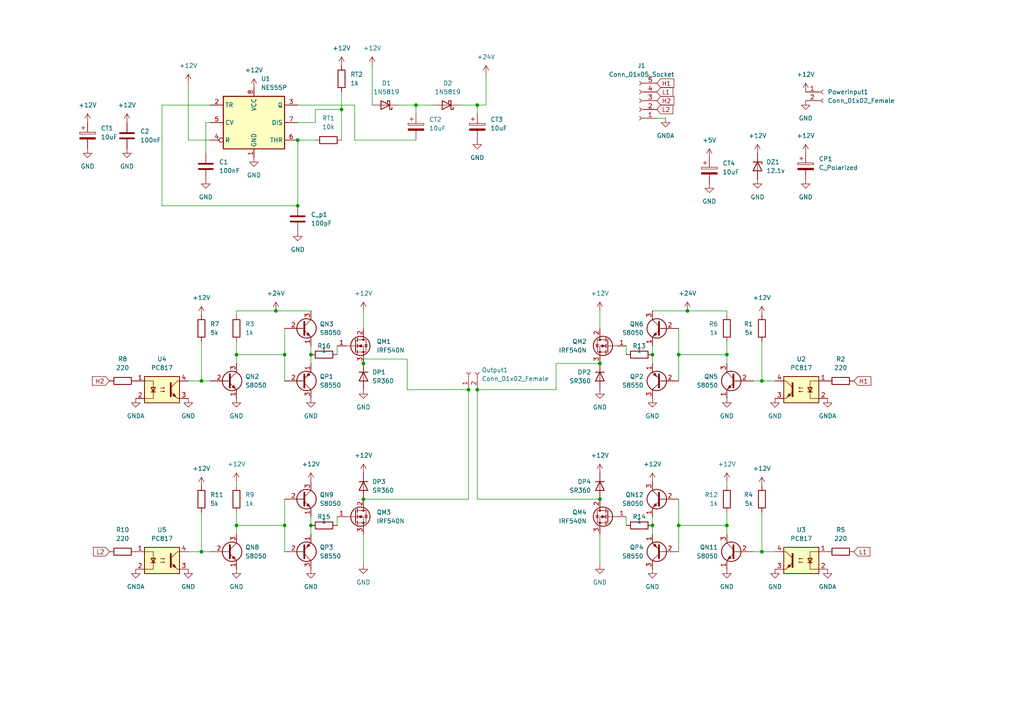
<source format=kicad_sch>
(kicad_sch (version 20230121) (generator eeschema)
  (paper "A4")
  (lib_symbols
    (symbol "Connector:Conn_01x02_Female" (pin_names (offset 1.016) hide)
      (property "Reference" "J" (at 0 2.54 0))
      (property "Value" "Conn_01x02_Female" (at 0 -5.08 0))
      (symbol "Conn_01x02_Female_1_1"
        (arc (start 0 -2.032) (mid -0.5058 -2.54) (end 0 -3.048) (stroke (width 0.1524)))
        (polyline (pts (xy -1.27 -2.54) (xy -0.508 -2.54)) (stroke (width 0.1524)))
        (polyline (pts (xy -1.27 0) (xy -0.508 0)) (stroke (width 0.1524)))
        (arc (start 0 0.508) (mid -0.5058 0) (end 0 -0.508) (stroke (width 0.1524)))
        (pin passive line (at -5.08 0 0) (length 3.81) (name "Pin_1") (number "1"))
        (pin passive line (at -5.08 -2.54 0) (length 3.81) (name "Pin_2") (number "2"))
      )
    )
    (symbol "Connector:Conn_01x05_Socket" (pin_names (offset 1.016) hide)
      (property "Reference" "J" (at 0 7.62 0))
      (property "Value" "Conn_01x05_Socket" (at 0 -7.62 0))
      (symbol "Conn_01x05_Socket_1_1"
        (arc (start 0 -4.572) (mid -0.5058 -5.08) (end 0 -5.588) (stroke (width 0.1524)))
        (arc (start 0 -2.032) (mid -0.5058 -2.54) (end 0 -3.048) (stroke (width 0.1524)))
        (polyline (pts (xy -1.27 -5.08) (xy -0.508 -5.08)) (stroke (width 0.1524)))
        (polyline (pts (xy -1.27 -2.54) (xy -0.508 -2.54)) (stroke (width 0.1524)))
        (polyline (pts (xy -1.27 0) (xy -0.508 0)) (stroke (width 0.1524)))
        (polyline (pts (xy -1.27 2.54) (xy -0.508 2.54)) (stroke (width 0.1524)))
        (polyline (pts (xy -1.27 5.08) (xy -0.508 5.08)) (stroke (width 0.1524)))
        (arc (start 0 0.508) (mid -0.5058 0) (end 0 -0.508) (stroke (width 0.1524)))
        (arc (start 0 3.048) (mid -0.5058 2.54) (end 0 2.032) (stroke (width 0.1524)))
        (arc (start 0 5.588) (mid -0.5058 5.08) (end 0 4.572) (stroke (width 0.1524)))
        (pin passive line (at -5.08 5.08 0) (length 3.81) (name "Pin_1") (number "1"))
        (pin passive line (at -5.08 2.54 0) (length 3.81) (name "Pin_2") (number "2"))
        (pin passive line (at -5.08 0 0) (length 3.81) (name "Pin_3") (number "3"))
        (pin passive line (at -5.08 -2.54 0) (length 3.81) (name "Pin_4") (number "4"))
        (pin passive line (at -5.08 -5.08 0) (length 3.81) (name "Pin_5") (number "5"))
      )
    )
    (symbol "Device:C" (pin_numbers hide) (pin_names (offset 0.254))
      (property "Reference" "C" (at 0.635 2.54 0))
      (property "Value" "C" (at 0.635 -2.54 0))
      (symbol "C_0_1"
        (polyline (pts (xy -2.032 -0.762) (xy 2.032 -0.762)) (stroke (width 0.508)))
        (polyline (pts (xy -2.032 0.762) (xy 2.032 0.762)) (stroke (width 0.508)))
      )
      (symbol "C_1_1"
        (pin passive line (at 0 3.81 270) (length 2.794) (name "~") (number "1"))
        (pin passive line (at 0 -3.81 90) (length 2.794) (name "~") (number "2"))
      )
    )
    (symbol "Device:C_Polarized" (pin_numbers hide) (pin_names (offset 0.254))
      (property "Reference" "C" (at 0.635 2.54 0))
      (property "Value" "C_Polarized" (at 0.635 -2.54 0))
      (symbol "C_Polarized_0_1"
        (rectangle (start -2.286 0.508) (end 2.286 1.016))
        (polyline (pts (xy -1.778 2.286) (xy -0.762 2.286)))
        (polyline (pts (xy -1.27 2.794) (xy -1.27 1.778)))
        (rectangle (start 2.286 -0.508) (end -2.286 -1.016) (fill (type outline)))
      )
      (symbol "C_Polarized_1_1"
        (pin passive line (at 0 3.81 270) (length 2.794) (name "~") (number "1"))
        (pin passive line (at 0 -3.81 90) (length 2.794) (name "~") (number "2"))
      )
    )
    (symbol "Device:D" (pin_numbers hide) (pin_names (offset 1.016) hide)
      (property "Reference" "D" (at 0 2.54 0))
      (property "Value" "D" (at 0 -2.54 0))
      (symbol "D_0_1"
        (polyline (pts (xy -1.27 1.27) (xy -1.27 -1.27)) (stroke (width 0.254)))
        (polyline (pts (xy 1.27 0) (xy -1.27 0)))
        (polyline (pts (xy 1.27 1.27) (xy 1.27 -1.27) (xy -1.27 0) (xy 1.27 1.27)) (stroke (width 0.254)))
      )
      (symbol "D_1_1"
        (pin passive line (at -3.81 0 0) (length 2.54) (name "K") (number "1"))
        (pin passive line (at 3.81 0 180) (length 2.54) (name "A") (number "2"))
      )
    )
    (symbol "Device:D_Zener" (pin_numbers hide) (pin_names (offset 1.016) hide)
      (property "Reference" "D" (at 0 2.54 0))
      (property "Value" "D_Zener" (at 0 -2.54 0))
      (symbol "D_Zener_0_1"
        (polyline (pts (xy 1.27 0) (xy -1.27 0)))
        (polyline (pts (xy -1.27 -1.27) (xy -1.27 1.27) (xy -0.762 1.27)) (stroke (width 0.254)))
        (polyline (pts (xy 1.27 -1.27) (xy 1.27 1.27) (xy -1.27 0) (xy 1.27 -1.27)) (stroke (width 0.254)))
      )
      (symbol "D_Zener_1_1"
        (pin passive line (at -3.81 0 0) (length 2.54) (name "K") (number "1"))
        (pin passive line (at 3.81 0 180) (length 2.54) (name "A") (number "2"))
      )
    )
    (symbol "Device:R" (pin_numbers hide) (pin_names (offset 0))
      (property "Reference" "R" (at 2.032 0 90))
      (property "Value" "R" (at 0 0 90))
      (symbol "R_0_1"
        (rectangle (start -1.016 -2.54) (end 1.016 2.54) (stroke (width 0.254)))
      )
      (symbol "R_1_1"
        (pin passive line (at 0 3.81 270) (length 1.27) (name "~") (number "1"))
        (pin passive line (at 0 -3.81 90) (length 1.27) (name "~") (number "2"))
      )
    )
    (symbol "Diode:1N5819" (pin_numbers hide) (pin_names (offset 1.016) hide)
      (property "Reference" "D" (at 0 2.54 0))
      (property "Value" "1N5819" (at 0 -2.54 0))
      (symbol "1N5819_0_1"
        (polyline (pts (xy 1.27 0) (xy -1.27 0)))
        (polyline (pts (xy 1.27 1.27) (xy 1.27 -1.27) (xy -1.27 0) (xy 1.27 1.27)) (stroke (width 0.254)))
        (polyline (pts (xy -1.905 0.635) (xy -1.905 1.27) (xy -1.27 1.27) (xy -1.27 -1.27) (xy -0.635 -1.27) (xy -0.635 -0.635)) (stroke (width 0.254)))
      )
      (symbol "1N5819_1_1"
        (pin passive line (at -3.81 0 0) (length 2.54) (name "K") (number "1"))
        (pin passive line (at 3.81 0 180) (length 2.54) (name "A") (number "2"))
      )
    )
    (symbol "Isolator:PC817" (pin_names (offset 1.016))
      (property "Reference" "U" (at -5.08 5.08 0))
      (property "Value" "PC817" (at 0 5.08 0))
      (symbol "PC817_0_1"
        (rectangle (start -5.08 3.81) (end 5.08 -3.81) (stroke (width 0.254)) (fill (type background)))
        (polyline (pts (xy -3.175 -0.635) (xy -1.905 -0.635)) (stroke (width 0.254)))
        (polyline (pts (xy 2.54 0.635) (xy 4.445 2.54)))
        (polyline (pts (xy 4.445 -2.54) (xy 2.54 -0.635)) (fill (type outline)))
        (polyline (pts (xy 4.445 -2.54) (xy 5.08 -2.54)))
        (polyline (pts (xy 4.445 2.54) (xy 5.08 2.54)))
        (polyline (pts (xy -5.08 2.54) (xy -2.54 2.54) (xy -2.54 -0.635)))
        (polyline (pts (xy -2.54 -0.635) (xy -2.54 -2.54) (xy -5.08 -2.54)))
        (polyline (pts (xy 2.54 1.905) (xy 2.54 -1.905) (xy 2.54 -1.905)) (stroke (width 0.508)))
        (polyline (pts (xy -2.54 -0.635) (xy -3.175 0.635) (xy -1.905 0.635) (xy -2.54 -0.635)) (stroke (width 0.254)))
        (polyline (pts (xy -0.508 -0.508) (xy 0.762 -0.508) (xy 0.381 -0.635) (xy 0.381 -0.381) (xy 0.762 -0.508)))
        (polyline (pts (xy -0.508 0.508) (xy 0.762 0.508) (xy 0.381 0.381) (xy 0.381 0.635) (xy 0.762 0.508)))
        (polyline (pts (xy 3.048 -1.651) (xy 3.556 -1.143) (xy 4.064 -2.159) (xy 3.048 -1.651) (xy 3.048 -1.651)) (fill (type outline)))
      )
      (symbol "PC817_1_1"
        (pin passive line (at -7.62 2.54 0) (length 2.54) (name "~") (number "1"))
        (pin passive line (at -7.62 -2.54 0) (length 2.54) (name "~") (number "2"))
        (pin passive line (at 7.62 -2.54 180) (length 2.54) (name "~") (number "3"))
        (pin passive line (at 7.62 2.54 180) (length 2.54) (name "~") (number "4"))
      )
    )
    (symbol "Timer:NE555P"
      (property "Reference" "U" (at -10.16 8.89 0))
      (property "Value" "NE555P" (at 2.54 8.89 0))
      (symbol "NE555P_0_0"
        (pin power_in line (at 0 -10.16 90) (length 2.54) (name "GND") (number "1"))
        (pin power_in line (at 0 10.16 270) (length 2.54) (name "VCC") (number "8"))
      )
      (symbol "NE555P_0_1"
        (rectangle (start -8.89 -7.62) (end 8.89 7.62) (stroke (width 0.254)) (fill (type background)))
        (rectangle (start -8.89 -7.62) (end 8.89 7.62) (stroke (width 0.254)) (fill (type background)))
      )
      (symbol "NE555P_1_1"
        (pin input line (at -12.7 5.08 0) (length 3.81) (name "TR") (number "2"))
        (pin output line (at 12.7 5.08 180) (length 3.81) (name "Q") (number "3"))
        (pin input inverted (at -12.7 -5.08 0) (length 3.81) (name "R") (number "4"))
        (pin input line (at -12.7 0 0) (length 3.81) (name "CV") (number "5"))
        (pin input line (at 12.7 -5.08 180) (length 3.81) (name "THR") (number "6"))
        (pin input line (at 12.7 0 180) (length 3.81) (name "DIS") (number "7"))
      )
    )
    (symbol "Transistor_BJT:S8050" (pin_names (offset 0) hide)
      (property "Reference" "Q" (at 5.08 1.905 0))
      (property "Value" "S8050" (at 5.08 0 0))
      (symbol "S8050_0_1"
        (polyline (pts (xy 0 0) (xy 0.635 0)))
        (polyline (pts (xy 0.635 0.635) (xy 2.54 2.54)))
        (polyline (pts (xy 0.635 -0.635) (xy 2.54 -2.54) (xy 2.54 -2.54)))
        (polyline (pts (xy 0.635 1.905) (xy 0.635 -1.905) (xy 0.635 -1.905)) (stroke (width 0.508)))
        (polyline (pts (xy 1.27 -1.778) (xy 1.778 -1.27) (xy 2.286 -2.286) (xy 1.27 -1.778) (xy 1.27 -1.778)) (fill (type outline)))
        (circle (center 1.27 0) (radius 2.8194) (stroke (width 0.254)))
      )
      (symbol "S8050_1_1"
        (pin passive line (at 2.54 -5.08 90) (length 2.54) (name "E") (number "1"))
        (pin input line (at -5.08 0 0) (length 5.08) (name "B") (number "2"))
        (pin passive line (at 2.54 5.08 270) (length 2.54) (name "C") (number "3"))
      )
    )
    (symbol "Transistor_BJT:S8550" (pin_names (offset 0) hide)
      (property "Reference" "Q" (at 5.08 1.905 0))
      (property "Value" "S8550" (at 5.08 0 0))
      (symbol "S8550_0_1"
        (polyline (pts (xy 0 0) (xy 0.635 0)))
        (polyline (pts (xy 2.54 -2.54) (xy 0.635 -0.635)))
        (polyline (pts (xy 2.54 2.54) (xy 0.635 0.635)))
        (polyline (pts (xy 0.635 1.905) (xy 0.635 -1.905) (xy 0.635 -1.905)) (stroke (width 0.508)) (fill (type outline)))
        (polyline (pts (xy 1.778 -2.286) (xy 2.286 -1.778) (xy 1.27 -1.27) (xy 1.778 -2.286) (xy 1.778 -2.286)) (fill (type outline)))
        (circle (center 1.27 0) (radius 2.8194) (stroke (width 0.254)))
      )
      (symbol "S8550_1_1"
        (pin passive line (at 2.54 -5.08 90) (length 2.54) (name "E") (number "1"))
        (pin input line (at -5.08 0 0) (length 5.08) (name "B") (number "2"))
        (pin passive line (at 2.54 5.08 270) (length 2.54) (name "C") (number "3"))
      )
    )
    (symbol "Transistor_FET:IRF540N" (pin_names hide)
      (property "Reference" "Q" (at 6.35 1.905 0))
      (property "Value" "IRF540N" (at 6.35 0 0))
      (symbol "IRF540N_0_1"
        (polyline (pts (xy 0.254 0) (xy -2.54 0)))
        (polyline (pts (xy 0.254 1.905) (xy 0.254 -1.905)) (stroke (width 0.254)))
        (polyline (pts (xy 0.762 -1.27) (xy 0.762 -2.286)) (stroke (width 0.254)))
        (polyline (pts (xy 0.762 0.508) (xy 0.762 -0.508)) (stroke (width 0.254)))
        (polyline (pts (xy 0.762 2.286) (xy 0.762 1.27)) (stroke (width 0.254)))
        (polyline (pts (xy 2.54 2.54) (xy 2.54 1.778)))
        (polyline (pts (xy 2.54 -2.54) (xy 2.54 0) (xy 0.762 0)))
        (polyline (pts (xy 0.762 -1.778) (xy 3.302 -1.778) (xy 3.302 1.778) (xy 0.762 1.778)))
        (polyline (pts (xy 1.016 0) (xy 2.032 0.381) (xy 2.032 -0.381) (xy 1.016 0)) (fill (type outline)))
        (polyline (pts (xy 2.794 0.508) (xy 2.921 0.381) (xy 3.683 0.381) (xy 3.81 0.254)))
        (polyline (pts (xy 3.302 0.381) (xy 2.921 -0.254) (xy 3.683 -0.254) (xy 3.302 0.381)))
        (circle (center 1.651 0) (radius 2.794) (stroke (width 0.254)))
        (circle (center 2.54 -1.778) (radius 0.254) (fill (type outline)))
        (circle (center 2.54 1.778) (radius 0.254) (fill (type outline)))
      )
      (symbol "IRF540N_1_1"
        (pin input line (at -5.08 0 0) (length 2.54) (name "G") (number "1"))
        (pin passive line (at 2.54 5.08 270) (length 2.54) (name "D") (number "2"))
        (pin passive line (at 2.54 -5.08 90) (length 2.54) (name "S") (number "3"))
      )
    )
    (symbol "power:+12V" (power) (pin_names (offset 0))
      (property "Value" "+12V" (at 0 3.556 0))
      (symbol "+12V_0_1"
        (polyline (pts (xy -0.762 1.27) (xy 0 2.54)))
        (polyline (pts (xy 0 0) (xy 0 2.54)))
        (polyline (pts (xy 0 2.54) (xy 0.762 1.27)))
      )
      (symbol "+12V_1_1"
        (pin power_in line (at 0 0 90) (length 0) hide (name "+12V") (number "1"))
      )
    )
    (symbol "power:+24V" (power) (pin_names (offset 0))
      (property "Value" "+24V" (at 0 3.556 0))
      (symbol "+24V_0_1"
        (polyline (pts (xy -0.762 1.27) (xy 0 2.54)))
        (polyline (pts (xy 0 0) (xy 0 2.54)))
        (polyline (pts (xy 0 2.54) (xy 0.762 1.27)))
      )
      (symbol "+24V_1_1"
        (pin power_in line (at 0 0 90) (length 0) hide (name "+24V") (number "1"))
      )
    )
    (symbol "power:+5V" (power) (pin_names (offset 0))
      (property "Value" "+5V" (at 0 3.556 0))
      (symbol "+5V_0_1"
        (polyline (pts (xy -0.762 1.27) (xy 0 2.54)))
        (polyline (pts (xy 0 0) (xy 0 2.54)))
        (polyline (pts (xy 0 2.54) (xy 0.762 1.27)))
      )
      (symbol "+5V_1_1"
        (pin power_in line (at 0 0 90) (length 0) hide (name "+5V") (number "1"))
      )
    )
    (symbol "power:GND" (power) (pin_names (offset 0))
      (property "Value" "GND" (at 0 -3.81 0))
      (symbol "GND_0_1"
        (polyline (pts (xy 0 0) (xy 0 -1.27) (xy 1.27 -1.27) (xy 0 -2.54) (xy -1.27 -1.27) (xy 0 -1.27)))
      )
      (symbol "GND_1_1"
        (pin power_in line (at 0 0 270) (length 0) hide (name "GND") (number "1"))
      )
    )
    (symbol "power:GNDA" (power) (pin_names (offset 0))
      (property "Value" "GNDA" (at 0 -3.81 0))
      (symbol "GNDA_0_1"
        (polyline (pts (xy 0 0) (xy 0 -1.27) (xy 1.27 -1.27) (xy 0 -2.54) (xy -1.27 -1.27) (xy 0 -1.27)))
      )
      (symbol "GNDA_1_1"
        (pin power_in line (at 0 0 270) (length 0) hide (name "GNDA") (number "1"))
      )
    )
  )
  (junction (at 138.43 30.48))
  (junction (at 120.65 30.48))
  (junction (at 58.42 110.49))
  (junction (at 86.36 40.64))
  (junction (at 173.99 105.41))
  (junction (at 90.17 102.87))
  (junction (at 68.58 102.87))
  (junction (at 80.01 90.17))
  (junction (at 138.43 113.03))
  (junction (at 58.42 160.02))
  (junction (at 105.41 105.41))
  (junction (at 173.99 144.78))
  (junction (at 99.06 31.75))
  (junction (at 210.82 102.87))
  (junction (at 90.17 152.4))
  (junction (at 220.98 110.49))
  (junction (at 199.39 90.17))
  (junction (at 196.85 152.4))
  (junction (at 105.41 144.78))
  (junction (at 220.98 160.02))
  (junction (at 68.58 152.4))
  (junction (at 82.55 102.87))
  (junction (at 86.36 59.69))
  (junction (at 189.23 102.87))
  (junction (at 196.85 102.87))
  (junction (at 135.89 113.03))
  (junction (at 210.82 152.4))
  (junction (at 82.55 152.4))
  (junction (at 189.23 152.4))
  (wire (pts (xy 210.82 99.06) (xy 210.82 102.87)))
  (wire (pts (xy 58.42 99.06) (xy 58.42 110.49)))
  (wire (pts (xy 120.65 30.48) (xy 120.65 33.02)))
  (wire (pts (xy 118.11 113.03) (xy 135.89 113.03)))
  (wire (pts (xy 68.58 152.4) (xy 68.58 154.94)))
  (wire (pts (xy 90.17 149.86) (xy 90.17 152.4)))
  (wire (pts (xy 68.58 99.06) (xy 68.58 102.87)))
  (wire (pts (xy 54.61 40.64) (xy 54.61 24.13)))
  (wire (pts (xy 196.85 144.78) (xy 196.85 152.4)))
  (wire (pts (xy 60.96 35.56) (xy 59.69 35.56)))
  (wire (pts (xy 210.82 139.7) (xy 210.82 140.97)))
  (wire (pts (xy 218.44 160.02) (xy 220.98 160.02)))
  (wire (pts (xy 86.36 40.64) (xy 91.44 40.64)))
  (wire (pts (xy 68.58 148.59) (xy 68.58 152.4)))
  (wire (pts (xy 210.82 148.59) (xy 210.82 152.4)))
  (wire (pts (xy 138.43 30.48) (xy 138.43 33.02)))
  (wire (pts (xy 58.42 160.02) (xy 54.61 160.02)))
  (wire (pts (xy 140.97 21.59) (xy 140.97 30.48)))
  (wire (pts (xy 102.87 30.48) (xy 102.87 40.64)))
  (wire (pts (xy 102.87 40.64) (xy 120.65 40.64)))
  (wire (pts (xy 173.99 154.94) (xy 173.99 163.83)))
  (wire (pts (xy 91.44 31.75) (xy 99.06 31.75)))
  (wire (pts (xy 190.5 34.29) (xy 193.04 34.29)))
  (wire (pts (xy 135.89 144.78) (xy 135.89 113.03)))
  (wire (pts (xy 196.85 152.4) (xy 196.85 160.02)))
  (wire (pts (xy 105.41 104.14) (xy 105.41 105.41)))
  (wire (pts (xy 105.41 90.17) (xy 105.41 95.25)))
  (wire (pts (xy 99.06 31.75) (xy 99.06 40.64)))
  (wire (pts (xy 220.98 148.59) (xy 220.98 160.02)))
  (wire (pts (xy 173.99 90.17) (xy 173.99 95.25)))
  (wire (pts (xy 220.98 110.49) (xy 224.79 110.49)))
  (wire (pts (xy 105.41 154.94) (xy 105.41 163.83)))
  (wire (pts (xy 80.01 90.17) (xy 68.58 90.17)))
  (wire (pts (xy 60.96 110.49) (xy 58.42 110.49)))
  (wire (pts (xy 90.17 100.33) (xy 90.17 102.87)))
  (wire (pts (xy 105.41 144.78) (xy 135.89 144.78)))
  (wire (pts (xy 46.99 30.48) (xy 46.99 59.69)))
  (wire (pts (xy 140.97 30.48) (xy 138.43 30.48)))
  (wire (pts (xy 60.96 30.48) (xy 46.99 30.48)))
  (wire (pts (xy 82.55 95.25) (xy 82.55 102.87)))
  (wire (pts (xy 68.58 152.4) (xy 82.55 152.4)))
  (wire (pts (xy 210.82 152.4) (xy 210.82 154.94)))
  (wire (pts (xy 210.82 102.87) (xy 196.85 102.87)))
  (wire (pts (xy 86.36 59.69) (xy 86.36 40.64)))
  (wire (pts (xy 82.55 152.4) (xy 82.55 160.02)))
  (wire (pts (xy 196.85 95.25) (xy 196.85 102.87)))
  (wire (pts (xy 91.44 35.56) (xy 91.44 31.75)))
  (wire (pts (xy 189.23 90.17) (xy 199.39 90.17)))
  (wire (pts (xy 118.11 113.03) (xy 118.11 104.14)))
  (wire (pts (xy 199.39 90.17) (xy 210.82 90.17)))
  (wire (pts (xy 181.61 100.33) (xy 181.61 102.87)))
  (wire (pts (xy 189.23 102.87) (xy 189.23 105.41)))
  (wire (pts (xy 58.42 110.49) (xy 54.61 110.49)))
  (wire (pts (xy 196.85 102.87) (xy 196.85 110.49)))
  (wire (pts (xy 107.95 19.05) (xy 107.95 30.48)))
  (wire (pts (xy 82.55 102.87) (xy 82.55 110.49)))
  (wire (pts (xy 59.69 35.56) (xy 59.69 44.45)))
  (wire (pts (xy 133.35 30.48) (xy 138.43 30.48)))
  (wire (pts (xy 210.82 90.17) (xy 210.82 91.44)))
  (wire (pts (xy 138.43 144.78) (xy 173.99 144.78)))
  (wire (pts (xy 90.17 90.17) (xy 80.01 90.17)))
  (wire (pts (xy 189.23 100.33) (xy 189.23 102.87)))
  (wire (pts (xy 46.99 59.69) (xy 86.36 59.69)))
  (wire (pts (xy 58.42 148.59) (xy 58.42 160.02)))
  (wire (pts (xy 86.36 30.48) (xy 102.87 30.48)))
  (wire (pts (xy 210.82 152.4) (xy 196.85 152.4)))
  (wire (pts (xy 173.99 105.41) (xy 161.29 105.41)))
  (wire (pts (xy 138.43 113.03) (xy 161.29 113.03)))
  (wire (pts (xy 181.61 149.86) (xy 181.61 152.4)))
  (wire (pts (xy 118.11 104.14) (xy 105.41 104.14)))
  (wire (pts (xy 97.79 149.86) (xy 97.79 152.4)))
  (wire (pts (xy 97.79 100.33) (xy 97.79 102.87)))
  (wire (pts (xy 210.82 102.87) (xy 210.82 105.41)))
  (wire (pts (xy 218.44 110.49) (xy 220.98 110.49)))
  (wire (pts (xy 86.36 35.56) (xy 91.44 35.56)))
  (wire (pts (xy 68.58 102.87) (xy 68.58 105.41)))
  (wire (pts (xy 82.55 144.78) (xy 82.55 152.4)))
  (wire (pts (xy 220.98 99.06) (xy 220.98 110.49)))
  (wire (pts (xy 60.96 160.02) (xy 58.42 160.02)))
  (wire (pts (xy 90.17 102.87) (xy 90.17 105.41)))
  (wire (pts (xy 138.43 113.03) (xy 138.43 144.78)))
  (wire (pts (xy 189.23 152.4) (xy 189.23 154.94)))
  (wire (pts (xy 115.57 30.48) (xy 120.65 30.48)))
  (wire (pts (xy 68.58 90.17) (xy 68.58 91.44)))
  (wire (pts (xy 99.06 26.67) (xy 99.06 31.75)))
  (wire (pts (xy 68.58 102.87) (xy 82.55 102.87)))
  (wire (pts (xy 161.29 105.41) (xy 161.29 113.03)))
  (wire (pts (xy 90.17 152.4) (xy 90.17 154.94)))
  (wire (pts (xy 120.65 30.48) (xy 125.73 30.48)))
  (wire (pts (xy 68.58 139.7) (xy 68.58 140.97)))
  (wire (pts (xy 189.23 149.86) (xy 189.23 152.4)))
  (wire (pts (xy 220.98 160.02) (xy 224.79 160.02)))
  (wire (pts (xy 60.96 40.64) (xy 54.61 40.64)))
  (global_label "H2" (shape input) (at 31.75 110.49 180) (property "Intersheetrefs" "${INTERSHEET_REFS}" (effects hide)))
  (global_label "L2" (shape input) (at 31.75 160.02 180) (property "Intersheetrefs" "${INTERSHEET_REFS}" (effects hide)))
  (global_label "H1" (shape input) (at 190.5 24.13 0) (property "Intersheetrefs" "${INTERSHEET_REFS}" (effects hide)))
  (global_label "L1" (shape input) (at 247.65 160.02 0) (property "Intersheetrefs" "${INTERSHEET_REFS}" (effects hide)))
  (global_label "H2" (shape input) (at 190.5 29.21 0) (property "Intersheetrefs" "${INTERSHEET_REFS}" (effects hide)))
  (global_label "L2" (shape input) (at 190.5 31.75 0) (property "Intersheetrefs" "${INTERSHEET_REFS}" (effects hide)))
  (global_label "L1" (shape input) (at 190.5 26.67 0) (property "Intersheetrefs" "${INTERSHEET_REFS}" (effects hide)))
  (global_label "H1" (shape input) (at 247.65 110.49 0) (property "Intersheetrefs" "${INTERSHEET_REFS}" (effects hide)))
  (symbol (lib_id "Transistor_FET:IRF540N") (at 102.87 149.86 0) (unit 1)
    (property "Reference" "QM3" (at 109.22 148.5899 0) (effects (justify left)))
    (property "Value" "IRF540N" (at 109.22 151.1299 0) (effects (justify left)))
    (property "Footprint" "Package_TO_SOT_THT:TO-220-3_Vertical" (effects hide))
    (property "Datasheet" "http://www.irf.com/product-info/datasheets/data/irf540n.pdf" (effects hide))
  )
  (symbol (lib_id "Device:C") (at 86.36 63.5 0) (unit 1)
    (property "Reference" "C_p1" (at 90.17 62.2299 0) (effects (justify left)))
    (property "Value" "100pF" (at 90.17 64.7699 0) (effects (justify left)))
    (property "Footprint" "Capacitor_THT:C_Disc_D5.0mm_W2.5mm_P2.50mm" (effects hide))
  )
  (symbol (lib_id "Device:R") (at 185.42 102.87 90) (mirror x) (unit 1)
    (property "Reference" "R13" (at 185.42 100.33 90))
    (property "Value" "1" (at 185.42 101.6 90))
    (property "Footprint" "Resistor_THT:R_Axial_DIN0207_L6.3mm_D2.5mm_P7.62mm_Horizontal" (effects hide))
  )
  (symbol (lib_id "Isolator:PC817") (at 46.99 113.03 0) (unit 1)
    (property "Reference" "U4" (at 46.99 104.14 0))
    (property "Value" "PC817" (at 46.99 106.68 0))
    (property "Footprint" "Package_DIP:DIP-4_W7.62mm" (effects hide))
    (property "Datasheet" "http://www.soselectronic.cz/a_info/resource/d/pc817.pdf" (effects hide))
  )
  (symbol (lib_id "power:+12V") (at 107.95 19.05 0) (unit 1)
    (property "Reference" "#PWR0114" (effects hide))
    (property "Value" "+12V" (at 107.95 13.97 0))
  )
  (symbol (lib_id "Transistor_BJT:S8050") (at 66.04 160.02 0) (unit 1)
    (property "Reference" "QN8" (at 71.12 158.7499 0) (effects (justify left)))
    (property "Value" "S8050" (at 71.12 161.2899 0) (effects (justify left)))
    (property "Footprint" "Package_TO_SOT_THT:TO-92_Inline" (effects hide))
    (property "Datasheet" "http://www.unisonic.com.tw/datasheet/S8050.pdf" (effects hide))
  )
  (symbol (lib_id "Device:R") (at 210.82 144.78 0) (mirror y) (unit 1)
    (property "Reference" "R12" (at 208.28 143.5099 0) (effects (justify left)))
    (property "Value" "1k" (at 208.28 146.0499 0) (effects (justify left)))
    (property "Footprint" "Resistor_THT:R_Axial_DIN0207_L6.3mm_D2.5mm_P7.62mm_Horizontal" (effects hide))
  )
  (symbol (lib_id "power:+12V") (at 105.41 90.17 0) (unit 1)
    (property "Reference" "#PWR0135" (effects hide))
    (property "Value" "+12V" (at 105.41 85.09 0))
  )
  (symbol (lib_id "Diode:1N5819") (at 111.76 30.48 180) (unit 1)
    (property "Reference" "D1" (at 112.0775 24.13 0))
    (property "Value" "1N5819" (at 112.0775 26.67 0))
    (property "Footprint" "Diode_THT:D_DO-41_SOD81_P10.16mm_Horizontal" (effects hide))
    (property "Datasheet" "http://www.vishay.com/docs/88525/1n5817.pdf" (effects hide))
  )
  (symbol (lib_id "power:GND") (at 54.61 165.1 0) (unit 1)
    (property "Reference" "#PWR012" (effects hide))
    (property "Value" "GND" (at 54.61 170.18 0))
  )
  (symbol (lib_id "power:GND") (at 90.17 115.57 0) (unit 1)
    (property "Reference" "#PWR0140" (effects hide))
    (property "Value" "GND" (at 90.17 120.65 0))
  )
  (symbol (lib_id "power:GND") (at 173.99 113.03 0) (mirror y) (unit 1)
    (property "Reference" "#PWR0119" (effects hide))
    (property "Value" "GND" (at 173.99 118.11 0))
  )
  (symbol (lib_id "power:GND") (at 173.99 163.83 0) (mirror y) (unit 1)
    (property "Reference" "#PWR0151" (effects hide))
    (property "Value" "GND" (at 173.99 168.91 0))
  )
  (symbol (lib_id "Device:R") (at 220.98 95.25 0) (mirror y) (unit 1)
    (property "Reference" "R1" (at 218.44 93.9799 0) (effects (justify left)))
    (property "Value" "5k" (at 218.44 96.5199 0) (effects (justify left)))
    (property "Footprint" "Resistor_THT:R_Axial_DIN0207_L6.3mm_D2.5mm_P7.62mm_Horizontal" (effects hide))
  )
  (symbol (lib_id "power:GND") (at 86.36 67.31 0) (unit 1)
    (property "Reference" "#PWR0104" (effects hide))
    (property "Value" "GND" (at 86.36 72.39 0))
  )
  (symbol (lib_id "power:GND") (at 224.79 165.1 0) (mirror y) (unit 1)
    (property "Reference" "#PWR06" (effects hide))
    (property "Value" "GND" (at 224.79 170.18 0))
  )
  (symbol (lib_id "power:GND") (at 189.23 165.1 0) (mirror y) (unit 1)
    (property "Reference" "#PWR0150" (effects hide))
    (property "Value" "GND" (at 189.23 170.18 0))
  )
  (symbol (lib_id "Diode:1N5819") (at 129.54 30.48 180) (unit 1)
    (property "Reference" "D2" (at 129.8575 24.13 0))
    (property "Value" "1N5819" (at 129.8575 26.67 0))
    (property "Footprint" "Diode_THT:D_DO-41_SOD81_P10.16mm_Horizontal" (effects hide))
    (property "Datasheet" "http://www.vishay.com/docs/88525/1n5817.pdf" (effects hide))
  )
  (symbol (lib_id "power:+12V") (at 173.99 90.17 0) (mirror y) (unit 1)
    (property "Reference" "#PWR0120" (effects hide))
    (property "Value" "+12V" (at 173.99 85.09 0))
  )
  (symbol (lib_id "Device:R") (at 68.58 95.25 0) (unit 1)
    (property "Reference" "R3" (at 71.12 93.9799 0) (effects (justify left)))
    (property "Value" "1k" (at 71.12 96.5199 0) (effects (justify left)))
    (property "Footprint" "Resistor_THT:R_Axial_DIN0207_L6.3mm_D2.5mm_P7.62mm_Horizontal" (effects hide))
  )
  (symbol (lib_id "Transistor_FET:IRF540N") (at 176.53 149.86 0) (mirror y) (unit 1)
    (property "Reference" "QM4" (at 170.18 148.5899 0) (effects (justify left)))
    (property "Value" "IRF540N" (at 170.18 151.1299 0) (effects (justify left)))
    (property "Footprint" "Package_TO_SOT_THT:TO-220-3_Vertical" (effects hide))
    (property "Datasheet" "http://www.irf.com/product-info/datasheets/data/irf540n.pdf" (effects hide))
  )
  (symbol (lib_id "Device:R") (at 99.06 22.86 0) (unit 1)
    (property "Reference" "RT2" (at 101.6 21.5899 0) (effects (justify left)))
    (property "Value" "1k" (at 101.6 24.1299 0) (effects (justify left)))
    (property "Footprint" "Resistor_THT:R_Axial_DIN0207_L6.3mm_D2.5mm_P7.62mm_Horizontal" (effects hide))
  )
  (symbol (lib_id "power:GND") (at 205.74 53.34 0) (unit 1)
    (property "Reference" "#PWR0132" (effects hide))
    (property "Value" "GND" (at 205.74 58.42 0))
  )
  (symbol (lib_id "Transistor_FET:IRF540N") (at 102.87 100.33 0) (unit 1)
    (property "Reference" "QM1" (at 109.22 99.0599 0) (effects (justify left)))
    (property "Value" "IRF540N" (at 109.22 101.5999 0) (effects (justify left)))
    (property "Footprint" "Package_TO_SOT_THT:TO-220-3_Vertical" (effects hide))
    (property "Datasheet" "http://www.irf.com/product-info/datasheets/data/irf540n.pdf" (effects hide))
  )
  (symbol (lib_id "Transistor_BJT:S8050") (at 87.63 95.25 0) (unit 1)
    (property "Reference" "QN3" (at 92.71 93.9799 0) (effects (justify left)))
    (property "Value" "S8050" (at 92.71 96.5199 0) (effects (justify left)))
    (property "Footprint" "Package_TO_SOT_THT:TO-92_Inline" (effects hide))
    (property "Datasheet" "http://www.unisonic.com.tw/datasheet/S8050.pdf" (effects hide))
  )
  (symbol (lib_id "power:GND") (at 210.82 165.1 0) (mirror y) (unit 1)
    (property "Reference" "#PWR0148" (effects hide))
    (property "Value" "GND" (at 210.82 170.18 0))
  )
  (symbol (lib_id "Transistor_FET:IRF540N") (at 176.53 100.33 0) (mirror y) (unit 1)
    (property "Reference" "QM2" (at 170.18 99.0599 0) (effects (justify left)))
    (property "Value" "IRF540N" (at 170.18 101.5999 0) (effects (justify left)))
    (property "Footprint" "Package_TO_SOT_THT:TO-220-3_Vertical" (effects hide))
    (property "Datasheet" "http://www.irf.com/product-info/datasheets/data/irf540n.pdf" (effects hide))
  )
  (symbol (lib_id "Device:R") (at 210.82 95.25 0) (mirror y) (unit 1)
    (property "Reference" "R6" (at 208.28 93.9799 0) (effects (justify left)))
    (property "Value" "1k" (at 208.28 96.5199 0) (effects (justify left)))
    (property "Footprint" "Resistor_THT:R_Axial_DIN0207_L6.3mm_D2.5mm_P7.62mm_Horizontal" (effects hide))
  )
  (symbol (lib_id "power:+12V") (at 99.06 19.05 0) (unit 1)
    (property "Reference" "#PWR0110" (effects hide))
    (property "Value" "+12V" (at 99.06 13.97 0))
  )
  (symbol (lib_id "power:GND") (at 105.41 113.03 0) (unit 1)
    (property "Reference" "#PWR0136" (effects hide))
    (property "Value" "GND" (at 105.41 118.11 0))
  )
  (symbol (lib_id "Transistor_BJT:S8050") (at 191.77 95.25 0) (mirror y) (unit 1)
    (property "Reference" "QN6" (at 186.69 93.9799 0) (effects (justify left)))
    (property "Value" "S8050" (at 186.69 96.5199 0) (effects (justify left)))
    (property "Footprint" "Package_TO_SOT_THT:TO-92_Inline" (effects hide))
    (property "Datasheet" "http://www.unisonic.com.tw/datasheet/S8050.pdf" (effects hide))
  )
  (symbol (lib_id "power:+12V") (at 219.71 44.45 0) (unit 1)
    (property "Reference" "#PWR0129" (effects hide))
    (property "Value" "+12V" (at 219.71 39.37 0))
  )
  (symbol (lib_id "Device:C_Polarized") (at 120.65 36.83 0) (unit 1)
    (property "Reference" "CT2" (at 124.46 34.6709 0) (effects (justify left)))
    (property "Value" "10uF" (at 124.46 37.2109 0) (effects (justify left)))
    (property "Footprint" "Capacitor_THT:CP_Radial_D5.0mm_P2.50mm" (effects hide))
  )
  (symbol (lib_id "power:+12V") (at 105.41 137.16 0) (unit 1)
    (property "Reference" "#PWR0134" (effects hide))
    (property "Value" "+12V" (at 105.41 132.08 0))
  )
  (symbol (lib_id "Device:C_Polarized") (at 138.43 36.83 0) (unit 1)
    (property "Reference" "CT3" (at 142.24 34.6709 0) (effects (justify left)))
    (property "Value" "10uF" (at 142.24 37.2109 0) (effects (justify left)))
    (property "Footprint" "Capacitor_THT:CP_Radial_D5.0mm_P2.50mm" (effects hide))
  )
  (symbol (lib_id "power:GND") (at 68.58 115.57 0) (unit 1)
    (property "Reference" "#PWR0138" (effects hide))
    (property "Value" "GND" (at 68.58 120.65 0))
  )
  (symbol (lib_id "power:+12V") (at 233.68 44.45 0) (unit 1)
    (property "Reference" "#PWR0127" (effects hide))
    (property "Value" "+12V" (at 233.68 39.37 0))
  )
  (symbol (lib_id "power:GND") (at 54.61 115.57 0) (unit 1)
    (property "Reference" "#PWR09" (effects hide))
    (property "Value" "GND" (at 54.61 120.65 0))
  )
  (symbol (lib_id "Device:R") (at 243.84 110.49 90) (mirror x) (unit 1)
    (property "Reference" "R2" (at 243.84 104.14 90))
    (property "Value" "220" (at 243.84 106.68 90))
    (property "Footprint" "Resistor_THT:R_Axial_DIN0207_L6.3mm_D2.5mm_P7.62mm_Horizontal" (effects hide))
  )
  (symbol (lib_id "Device:R") (at 35.56 110.49 270) (unit 1)
    (property "Reference" "R8" (at 35.56 104.14 90))
    (property "Value" "220" (at 35.56 106.68 90))
    (property "Footprint" "Resistor_THT:R_Axial_DIN0207_L6.3mm_D2.5mm_P7.62mm_Horizontal" (effects hide))
  )
  (symbol (lib_id "Transistor_BJT:S8050") (at 191.77 144.78 0) (mirror y) (unit 1)
    (property "Reference" "QN12" (at 186.69 143.5099 0) (effects (justify left)))
    (property "Value" "S8050" (at 186.69 146.0499 0) (effects (justify left)))
    (property "Footprint" "Package_TO_SOT_THT:TO-92_Inline" (effects hide))
    (property "Datasheet" "http://www.unisonic.com.tw/datasheet/S8050.pdf" (effects hide))
  )
  (symbol (lib_id "Device:R") (at 243.84 160.02 90) (mirror x) (unit 1)
    (property "Reference" "R5" (at 243.84 153.67 90))
    (property "Value" "220" (at 243.84 156.21 90))
    (property "Footprint" "Resistor_THT:R_Axial_DIN0207_L6.3mm_D2.5mm_P7.62mm_Horizontal" (effects hide))
  )
  (symbol (lib_id "power:+24V") (at 140.97 21.59 0) (unit 1)
    (property "Reference" "#PWR0115" (effects hide))
    (property "Value" "+24V" (at 140.97 16.51 0))
  )
  (symbol (lib_id "Device:D") (at 173.99 109.22 90) (mirror x) (unit 1)
    (property "Reference" "DP2" (at 171.45 107.9499 90) (effects (justify left)))
    (property "Value" "SR360" (at 171.45 110.4899 90) (effects (justify left)))
    (property "Footprint" "Diode_THT:D_DO-27_P12.70mm_Horizontal" (effects hide))
  )
  (symbol (lib_id "Transistor_BJT:S8050") (at 213.36 160.02 0) (mirror y) (unit 1)
    (property "Reference" "QN11" (at 208.28 158.7499 0) (effects (justify left)))
    (property "Value" "S8050" (at 208.28 161.2899 0) (effects (justify left)))
    (property "Footprint" "Package_TO_SOT_THT:TO-92_Inline" (effects hide))
    (property "Datasheet" "http://www.unisonic.com.tw/datasheet/S8050.pdf" (effects hide))
  )
  (symbol (lib_id "Device:R") (at 35.56 160.02 270) (unit 1)
    (property "Reference" "R10" (at 35.56 153.67 90))
    (property "Value" "220" (at 35.56 156.21 90))
    (property "Footprint" "Resistor_THT:R_Axial_DIN0207_L6.3mm_D2.5mm_P7.62mm_Horizontal" (effects hide))
  )
  (symbol (lib_id "Device:R") (at 220.98 144.78 0) (mirror y) (unit 1)
    (property "Reference" "R4" (at 218.44 143.5099 0) (effects (justify left)))
    (property "Value" "5k" (at 218.44 146.0499 0) (effects (justify left)))
    (property "Footprint" "Resistor_THT:R_Axial_DIN0207_L6.3mm_D2.5mm_P7.62mm_Horizontal" (effects hide))
  )
  (symbol (lib_id "power:GND") (at 36.83 43.18 0) (unit 1)
    (property "Reference" "#PWR0105" (effects hide))
    (property "Value" "GND" (at 36.83 48.26 0))
  )
  (symbol (lib_id "Transistor_BJT:S8550") (at 87.63 110.49 0) (mirror x) (unit 1)
    (property "Reference" "QP1" (at 92.71 109.2199 0) (effects (justify left)))
    (property "Value" "S8550" (at 92.71 111.7599 0) (effects (justify left)))
    (property "Footprint" "Package_TO_SOT_THT:TO-92_Inline" (effects hide))
    (property "Datasheet" "http://www.unisonic.com.tw/datasheet/S8550.pdf" (effects hide))
  )
  (symbol (lib_id "power:GND") (at 219.71 52.07 0) (unit 1)
    (property "Reference" "#PWR0130" (effects hide))
    (property "Value" "GND" (at 219.71 57.15 0))
  )
  (symbol (lib_id "Device:C_Polarized") (at 205.74 49.53 0) (unit 1)
    (property "Reference" "CT4" (at 209.55 47.3709 0) (effects (justify left)))
    (property "Value" "10uF" (at 209.55 49.9109 0) (effects (justify left)))
    (property "Footprint" "Capacitor_THT:CP_Radial_D5.0mm_P2.50mm" (effects hide))
  )
  (symbol (lib_id "power:GND") (at 68.58 165.1 0) (unit 1)
    (property "Reference" "#PWR0142" (effects hide))
    (property "Value" "GND" (at 68.58 170.18 0))
  )
  (symbol (lib_id "power:GND") (at 138.43 40.64 0) (unit 1)
    (property "Reference" "#PWR0116" (effects hide))
    (property "Value" "GND" (at 138.43 45.72 0))
  )
  (symbol (lib_id "Isolator:PC817") (at 46.99 162.56 0) (unit 1)
    (property "Reference" "U5" (at 46.99 153.67 0))
    (property "Value" "PC817" (at 46.99 156.21 0))
    (property "Footprint" "Package_DIP:DIP-4_W7.62mm" (effects hide))
    (property "Datasheet" "http://www.soselectronic.cz/a_info/resource/d/pc817.pdf" (effects hide))
  )
  (symbol (lib_id "Device:R") (at 95.25 40.64 90) (unit 1)
    (property "Reference" "RT1" (at 95.25 34.29 90))
    (property "Value" "10k" (at 95.25 36.83 90))
    (property "Footprint" "Resistor_THT:R_Axial_DIN0207_L6.3mm_D2.5mm_P7.62mm_Horizontal" (effects hide))
  )
  (symbol (lib_id "power:+12V") (at 36.83 35.56 0) (unit 1)
    (property "Reference" "#PWR0106" (effects hide))
    (property "Value" "+12V" (at 36.83 30.48 0))
  )
  (symbol (lib_id "Connector:Conn_01x02_Female") (at 135.89 107.95 90) (unit 1)
    (property "Reference" "Output1" (at 139.7 107.3149 90) (effects (justify right)))
    (property "Value" "Conn_01x02_Female" (at 139.7 109.8549 90) (effects (justify right)))
    (property "Footprint" "TerminalBlock:TerminalBlock_bornier-2_P5.08mm" (effects hide))
  )
  (symbol (lib_id "Device:D") (at 105.41 109.22 270) (unit 1)
    (property "Reference" "DP1" (at 107.95 107.9499 90) (effects (justify left)))
    (property "Value" "SR360" (at 107.95 110.4899 90) (effects (justify left)))
    (property "Footprint" "Diode_THT:D_DO-27_P12.70mm_Horizontal" (effects hide))
  )
  (symbol (lib_id "Device:R") (at 185.42 152.4 90) (mirror x) (unit 1)
    (property "Reference" "R14" (at 185.42 149.86 90))
    (property "Value" "1" (at 185.42 151.13 90))
    (property "Footprint" "Resistor_THT:R_Axial_DIN0207_L6.3mm_D2.5mm_P7.62mm_Horizontal" (effects hide))
  )
  (symbol (lib_id "Connector:Conn_01x05_Socket") (at 185.42 29.21 180) (unit 1)
    (property "Reference" "J1" (at 186.055 19.05 0))
    (property "Value" "Conn_01x05_Socket" (at 186.055 21.59 0))
  )
  (symbol (lib_id "power:GND") (at 105.41 163.83 0) (unit 1)
    (property "Reference" "#PWR0144" (effects hide))
    (property "Value" "GND" (at 105.41 168.91 0))
  )
  (symbol (lib_id "power:+12V") (at 220.98 140.97 0) (mirror y) (unit 1)
    (property "Reference" "#PWR03" (effects hide))
    (property "Value" "+12V" (at 220.98 135.89 0))
  )
  (symbol (lib_id "Device:R") (at 58.42 95.25 0) (unit 1)
    (property "Reference" "R7" (at 60.96 93.9799 0) (effects (justify left)))
    (property "Value" "5k" (at 60.96 96.5199 0) (effects (justify left)))
    (property "Footprint" "Resistor_THT:R_Axial_DIN0207_L6.3mm_D2.5mm_P7.62mm_Horizontal" (effects hide))
  )
  (symbol (lib_id "Transistor_BJT:S8050") (at 87.63 144.78 0) (unit 1)
    (property "Reference" "QN9" (at 92.71 143.5099 0) (effects (justify left)))
    (property "Value" "S8050" (at 92.71 146.0499 0) (effects (justify left)))
    (property "Footprint" "Package_TO_SOT_THT:TO-92_Inline" (effects hide))
    (property "Datasheet" "http://www.unisonic.com.tw/datasheet/S8050.pdf" (effects hide))
  )
  (symbol (lib_id "power:+12V") (at 220.98 91.44 0) (mirror y) (unit 1)
    (property "Reference" "#PWR01" (effects hide))
    (property "Value" "+12V" (at 220.98 86.36 0))
  )
  (symbol (lib_id "power:GNDA") (at 240.03 115.57 0) (unit 1)
    (property "Reference" "#PWR04" (effects hide))
    (property "Value" "GNDA" (at 240.03 120.65 0))
  )
  (symbol (lib_id "Device:R") (at 58.42 144.78 0) (unit 1)
    (property "Reference" "R11" (at 60.96 143.5099 0) (effects (justify left)))
    (property "Value" "5k" (at 60.96 146.0499 0) (effects (justify left)))
    (property "Footprint" "Resistor_THT:R_Axial_DIN0207_L6.3mm_D2.5mm_P7.62mm_Horizontal" (effects hide))
  )
  (symbol (lib_id "Transistor_BJT:S8550") (at 191.77 110.49 180) (unit 1)
    (property "Reference" "QP2" (at 186.69 109.2199 0) (effects (justify left)))
    (property "Value" "S8550" (at 186.69 111.7599 0) (effects (justify left)))
    (property "Footprint" "Package_TO_SOT_THT:TO-92_Inline" (effects hide))
    (property "Datasheet" "http://www.unisonic.com.tw/datasheet/S8550.pdf" (effects hide))
  )
  (symbol (lib_id "power:GNDA") (at 39.37 115.57 0) (mirror y) (unit 1)
    (property "Reference" "#PWR010" (effects hide))
    (property "Value" "GNDA" (at 39.37 120.65 0))
  )
  (symbol (lib_id "power:+12V") (at 73.66 25.4 0) (unit 1)
    (property "Reference" "#PWR0109" (effects hide))
    (property "Value" "+12V" (at 73.66 20.32 0))
  )
  (symbol (lib_id "Isolator:PC817") (at 232.41 162.56 0) (mirror y) (unit 1)
    (property "Reference" "U3" (at 232.41 153.67 0))
    (property "Value" "PC817" (at 232.41 156.21 0))
    (property "Footprint" "Package_DIP:DIP-4_W7.62mm" (effects hide))
    (property "Datasheet" "http://www.soselectronic.cz/a_info/resource/d/pc817.pdf" (effects hide))
  )
  (symbol (lib_id "Device:C_Polarized") (at 25.4 39.37 0) (unit 1)
    (property "Reference" "CT1" (at 29.21 37.2109 0) (effects (justify left)))
    (property "Value" "10uF" (at 29.21 39.7509 0) (effects (justify left)))
    (property "Footprint" "Capacitor_THT:CP_Radial_D5.0mm_P2.50mm" (effects hide))
  )
  (symbol (lib_id "Device:R") (at 93.98 152.4 90) (mirror x) (unit 1)
    (property "Reference" "R15" (at 93.98 149.86 90))
    (property "Value" "1" (at 93.98 151.13 90))
    (property "Footprint" "Resistor_THT:R_Axial_DIN0207_L6.3mm_D2.5mm_P7.62mm_Horizontal" (effects hide))
  )
  (symbol (lib_id "Timer:NE555P") (at 73.66 35.56 0) (unit 1)
    (property "Reference" "U1" (at 75.6794 22.86 0) (effects (justify left)))
    (property "Value" "NE555P" (at 75.6794 25.4 0) (effects (justify left)))
    (property "Footprint" "Package_DIP:DIP-8_W7.62mm" (effects hide))
    (property "Datasheet" "http://www.ti.com/lit/ds/symlink/ne555.pdf" (effects hide))
  )
  (symbol (lib_id "Connector:Conn_01x02_Female") (at 238.76 26.67 0) (unit 1)
    (property "Reference" "PowerInput1" (at 240.03 26.6699 0) (effects (justify left)))
    (property "Value" "Conn_01x02_Female" (at 240.03 29.2099 0) (effects (justify left)))
    (property "Footprint" "TerminalBlock:TerminalBlock_bornier-2_P5.08mm" (effects hide))
  )
  (symbol (lib_id "Device:C") (at 36.83 39.37 0) (unit 1)
    (property "Reference" "C2" (at 40.64 38.0999 0) (effects (justify left)))
    (property "Value" "100nF" (at 40.64 40.6399 0) (effects (justify left)))
    (property "Footprint" "Capacitor_THT:C_Disc_D5.0mm_W2.5mm_P2.50mm" (effects hide))
  )
  (symbol (lib_id "power:+12V") (at 68.58 139.7 0) (unit 1)
    (property "Reference" "#PWR0141" (effects hide))
    (property "Value" "+12V" (at 68.58 134.62 0))
  )
  (symbol (lib_id "Device:R") (at 68.58 144.78 0) (unit 1)
    (property "Reference" "R9" (at 71.12 143.5099 0) (effects (justify left)))
    (property "Value" "1k" (at 71.12 146.0499 0) (effects (justify left)))
    (property "Footprint" "Resistor_THT:R_Axial_DIN0207_L6.3mm_D2.5mm_P7.62mm_Horizontal" (effects hide))
  )
  (symbol (lib_id "power:GND") (at 224.79 115.57 0) (mirror y) (unit 1)
    (property "Reference" "#PWR05" (effects hide))
    (property "Value" "GND" (at 224.79 120.65 0))
  )
  (symbol (lib_id "power:+12V") (at 25.4 35.56 0) (unit 1)
    (property "Reference" "#PWR0107" (effects hide))
    (property "Value" "+12V" (at 25.4 30.48 0))
  )
  (symbol (lib_id "power:GND") (at 210.82 115.57 0) (mirror y) (unit 1)
    (property "Reference" "#PWR0121" (effects hide))
    (property "Value" "GND" (at 210.82 120.65 0))
  )
  (symbol (lib_id "power:+12V") (at 189.23 139.7 0) (mirror y) (unit 1)
    (property "Reference" "#PWR0152" (effects hide))
    (property "Value" "+12V" (at 189.23 134.62 0))
  )
  (symbol (lib_id "Device:C") (at 59.69 48.26 0) (unit 1)
    (property "Reference" "C1" (at 63.5 46.9899 0) (effects (justify left)))
    (property "Value" "100nF" (at 63.5 49.5299 0) (effects (justify left)))
    (property "Footprint" "Capacitor_THT:C_Disc_D5.0mm_W2.5mm_P2.50mm" (effects hide))
  )
  (symbol (lib_id "Device:D") (at 105.41 140.97 270) (unit 1)
    (property "Reference" "DP3" (at 107.95 139.6999 90) (effects (justify left)))
    (property "Value" "SR360" (at 107.95 142.2399 90) (effects (justify left)))
    (property "Footprint" "Diode_THT:D_DO-27_P12.70mm_Horizontal" (effects hide))
  )
  (symbol (lib_id "power:GND") (at 90.17 165.1 0) (unit 1)
    (property "Reference" "#PWR0143" (effects hide))
    (property "Value" "GND" (at 90.17 170.18 0))
  )
  (symbol (lib_id "power:+24V") (at 199.39 90.17 0) (mirror y) (unit 1)
    (property "Reference" "#PWR0118" (effects hide))
    (property "Value" "+24V" (at 199.39 85.09 0))
  )
  (symbol (lib_id "power:GNDA") (at 193.04 34.29 0) (unit 1)
    (property "Reference" "#PWR02" (effects hide))
    (property "Value" "GNDA" (at 193.04 39.37 0))
  )
  (symbol (lib_id "Device:D") (at 173.99 140.97 90) (mirror x) (unit 1)
    (property "Reference" "DP4" (at 171.45 139.6999 90) (effects (justify left)))
    (property "Value" "SR360" (at 171.45 142.2399 90) (effects (justify left)))
    (property "Footprint" "Diode_THT:D_DO-27_P12.70mm_Horizontal" (effects hide))
  )
  (symbol (lib_id "Transistor_BJT:S8550") (at 191.77 160.02 180) (unit 1)
    (property "Reference" "QP4" (at 186.69 158.7499 0) (effects (justify left)))
    (property "Value" "S8550" (at 186.69 161.2899 0) (effects (justify left)))
    (property "Footprint" "Package_TO_SOT_THT:TO-92_Inline" (effects hide))
    (property "Datasheet" "http://www.unisonic.com.tw/datasheet/S8550.pdf" (effects hide))
  )
  (symbol (lib_id "power:GND") (at 233.68 52.07 0) (unit 1)
    (property "Reference" "#PWR0128" (effects hide))
    (property "Value" "GND" (at 233.68 57.15 0))
  )
  (symbol (lib_id "power:GNDA") (at 240.03 165.1 0) (unit 1)
    (property "Reference" "#PWR07" (effects hide))
    (property "Value" "GNDA" (at 240.03 170.18 0))
  )
  (symbol (lib_id "power:+12V") (at 90.17 139.7 0) (unit 1)
    (property "Reference" "#PWR0139" (effects hide))
    (property "Value" "+12V" (at 90.17 134.62 0))
  )
  (symbol (lib_id "Transistor_BJT:S8050") (at 213.36 110.49 0) (mirror y) (unit 1)
    (property "Reference" "QN5" (at 208.28 109.2199 0) (effects (justify left)))
    (property "Value" "S8050" (at 208.28 111.7599 0) (effects (justify left)))
    (property "Footprint" "Package_TO_SOT_THT:TO-92_Inline" (effects hide))
    (property "Datasheet" "http://www.unisonic.com.tw/datasheet/S8050.pdf" (effects hide))
  )
  (symbol (lib_id "power:+12V") (at 58.42 140.97 0) (unit 1)
    (property "Reference" "#PWR013" (effects hide))
    (property "Value" "+12V" (at 58.42 135.89 0))
  )
  (symbol (lib_id "Device:D_Zener") (at 219.71 48.26 270) (unit 1)
    (property "Reference" "DZ1" (at 222.25 46.9899 90) (effects (justify left)))
    (property "Value" "12.1v" (at 222.25 49.5299 90) (effects (justify left)))
    (property "Footprint" "Diode_THT:D_DO-34_SOD68_P7.62mm_Horizontal" (effects hide))
  )
  (symbol (lib_id "power:GND") (at 59.69 52.07 0) (unit 1)
    (property "Reference" "#PWR0101" (effects hide))
    (property "Value" "GND" (at 59.69 57.15 0))
  )
  (symbol (lib_id "power:+12V") (at 58.42 91.44 0) (unit 1)
    (property "Reference" "#PWR08" (effects hide))
    (property "Value" "+12V" (at 58.42 86.36 0))
  )
  (symbol (lib_id "Device:C_Polarized") (at 233.68 48.26 0) (unit 1)
    (property "Reference" "CP1" (at 237.49 46.1009 0) (effects (justify left)))
    (property "Value" "C_Polarized" (at 237.49 48.6409 0) (effects (justify left)))
    (property "Footprint" "Capacitor_THT:CP_Radial_D10.0mm_P5.00mm" (effects hide))
  )
  (symbol (lib_id "Device:R") (at 93.98 102.87 90) (mirror x) (unit 1)
    (property "Reference" "R16" (at 93.98 100.33 90))
    (property "Value" "1" (at 93.98 101.6 90))
    (property "Footprint" "Resistor_THT:R_Axial_DIN0207_L6.3mm_D2.5mm_P7.62mm_Horizontal" (effects hide))
  )
  (symbol (lib_id "Transistor_BJT:S8550") (at 87.63 160.02 0) (mirror x) (unit 1)
    (property "Reference" "QP3" (at 92.71 158.7499 0) (effects (justify left)))
    (property "Value" "S8550" (at 92.71 161.2899 0) (effects (justify left)))
    (property "Footprint" "Package_TO_SOT_THT:TO-92_Inline" (effects hide))
    (property "Datasheet" "http://www.unisonic.com.tw/datasheet/S8550.pdf" (effects hide))
  )
  (symbol (lib_id "power:GND") (at 189.23 115.57 0) (mirror y) (unit 1)
    (property "Reference" "#PWR0117" (effects hide))
    (property "Value" "GND" (at 189.23 120.65 0))
  )
  (symbol (lib_id "Transistor_BJT:S8050") (at 66.04 110.49 0) (unit 1)
    (property "Reference" "QN2" (at 71.12 109.2199 0) (effects (justify left)))
    (property "Value" "S8050" (at 71.12 111.7599 0) (effects (justify left)))
    (property "Footprint" "Package_TO_SOT_THT:TO-92_Inline" (effects hide))
    (property "Datasheet" "http://www.unisonic.com.tw/datasheet/S8050.pdf" (effects hide))
  )
  (symbol (lib_id "power:GND") (at 233.68 29.21 0) (unit 1)
    (property "Reference" "#PWR0131" (effects hide))
    (property "Value" "GND" (at 233.68 34.29 0))
  )
  (symbol (lib_id "power:+12V") (at 210.82 139.7 0) (mirror y) (unit 1)
    (property "Reference" "#PWR0147" (effects hide))
    (property "Value" "+12V" (at 210.82 134.62 0))
  )
  (symbol (lib_id "power:+5V") (at 205.74 45.72 0) (unit 1)
    (property "Reference" "#PWR0133" (effects hide))
    (property "Value" "+5V" (at 205.74 40.64 0))
  )
  (symbol (lib_id "power:GND") (at 73.66 45.72 0) (unit 1)
    (property "Reference" "#PWR0102" (effects hide))
    (property "Value" "GND" (at 73.66 50.8 0))
  )
  (symbol (lib_id "Isolator:PC817") (at 232.41 113.03 0) (mirror y) (unit 1)
    (property "Reference" "U2" (at 232.41 104.14 0))
    (property "Value" "PC817" (at 232.41 106.68 0))
    (property "Footprint" "Package_DIP:DIP-4_W7.62mm" (effects hide))
    (property "Datasheet" "http://www.soselectronic.cz/a_info/resource/d/pc817.pdf" (effects hide))
  )
  (symbol (lib_id "power:+24V") (at 80.01 90.17 0) (unit 1)
    (property "Reference" "#PWR0113" (effects hide))
    (property "Value" "+24V" (at 80.01 85.09 0))
  )
  (symbol (lib_id "power:GND") (at 25.4 43.18 0) (unit 1)
    (property "Reference" "#PWR0108" (effects hide))
    (property "Value" "GND" (at 25.4 48.26 0))
  )
  (symbol (lib_id "power:GNDA") (at 39.37 165.1 0) (mirror y) (unit 1)
    (property "Reference" "#PWR011" (effects hide))
    (property "Value" "GNDA" (at 39.37 170.18 0))
  )
  (symbol (lib_id "power:+12V") (at 233.68 26.67 0) (unit 1)
    (property "Reference" "#PWR0122" (effects hide))
    (property "Value" "+12V" (at 233.68 21.59 0))
  )
  (symbol (lib_id "power:+12V") (at 54.61 24.13 0) (unit 1)
    (property "Reference" "#PWR0103" (effects hide))
    (property "Value" "+12V" (at 54.61 19.05 0))
  )
  (symbol (lib_id "power:+12V") (at 173.99 137.16 0) (mirror y) (unit 1)
    (property "Reference" "#PWR0153" (effects hide))
    (property "Value" "+12V" (at 173.99 132.08 0))
  )
)
</source>
